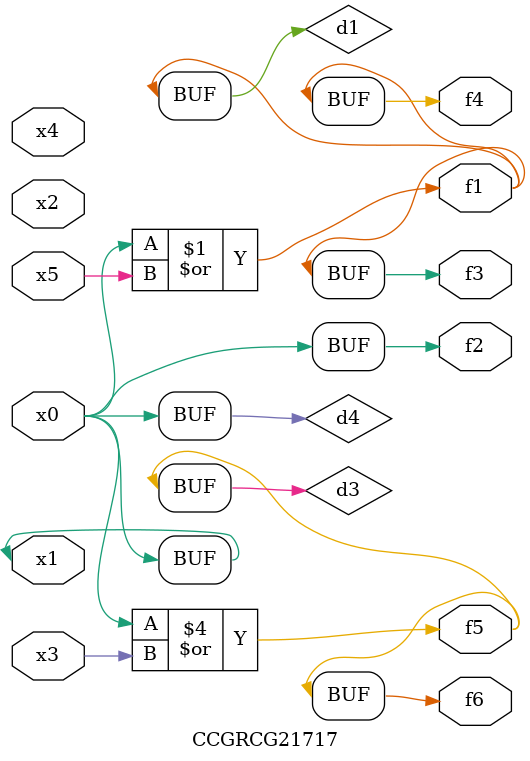
<source format=v>
module CCGRCG21717(
	input x0, x1, x2, x3, x4, x5,
	output f1, f2, f3, f4, f5, f6
);

	wire d1, d2, d3, d4;

	or (d1, x0, x5);
	xnor (d2, x1, x4);
	or (d3, x0, x3);
	buf (d4, x0, x1);
	assign f1 = d1;
	assign f2 = d4;
	assign f3 = d1;
	assign f4 = d1;
	assign f5 = d3;
	assign f6 = d3;
endmodule

</source>
